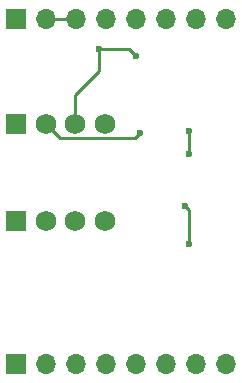
<source format=gbl>
G04 #@! TF.FileFunction,Copper,L2,Bot,Signal*
%FSLAX46Y46*%
G04 Gerber Fmt 4.6, Leading zero omitted, Abs format (unit mm)*
G04 Created by KiCad (PCBNEW 4.0.7-e2-6376~58~ubuntu17.04.1) date Tue Oct  3 10:22:26 2017*
%MOMM*%
%LPD*%
G01*
G04 APERTURE LIST*
%ADD10C,0.100000*%
%ADD11R,1.700000X1.700000*%
%ADD12O,1.700000X1.700000*%
%ADD13R,1.750000X1.750000*%
%ADD14C,1.750000*%
%ADD15C,0.600000*%
%ADD16C,0.250000*%
G04 APERTURE END LIST*
D10*
D11*
X158750000Y-120650000D03*
D12*
X161290000Y-120650000D03*
X163830000Y-120650000D03*
X166370000Y-120650000D03*
X168910000Y-120650000D03*
X171450000Y-120650000D03*
X173990000Y-120650000D03*
X176530000Y-120650000D03*
D11*
X158750000Y-91440000D03*
D12*
X161290000Y-91440000D03*
X163830000Y-91440000D03*
X166370000Y-91440000D03*
X168910000Y-91440000D03*
X171450000Y-91440000D03*
X173990000Y-91440000D03*
X176530000Y-91440000D03*
D13*
X158750000Y-100330000D03*
D14*
X161250000Y-100330000D03*
X163750000Y-100330000D03*
X166250000Y-100330000D03*
D13*
X158750000Y-108585000D03*
D14*
X161250000Y-108585000D03*
X163750000Y-108585000D03*
X166250000Y-108585000D03*
D15*
X173035000Y-107315000D03*
X173355000Y-110490000D03*
X173355000Y-100965000D03*
X173355000Y-102870000D03*
X165735000Y-93980000D03*
X168910000Y-94615000D03*
X169250200Y-101100700D03*
D16*
X173355000Y-107635000D02*
X173355000Y-110490000D01*
X173035000Y-107315000D02*
X173355000Y-107635000D01*
X173355000Y-102870000D02*
X173355000Y-100965000D01*
X165735000Y-93980000D02*
X165735000Y-95885000D01*
X163750000Y-97870000D02*
X163750000Y-100330000D01*
X165735000Y-95885000D02*
X163750000Y-97870000D01*
X168275000Y-93980000D02*
X165735000Y-93980000D01*
X168910000Y-94615000D02*
X168275000Y-93980000D01*
X168820500Y-101530400D02*
X169250200Y-101100700D01*
X162450400Y-101530400D02*
X168820500Y-101530400D01*
X161250000Y-100330000D02*
X162450400Y-101530400D01*
X163830000Y-91440000D02*
X162654700Y-91440000D01*
X161290000Y-91440000D02*
X162654700Y-91440000D01*
M02*

</source>
